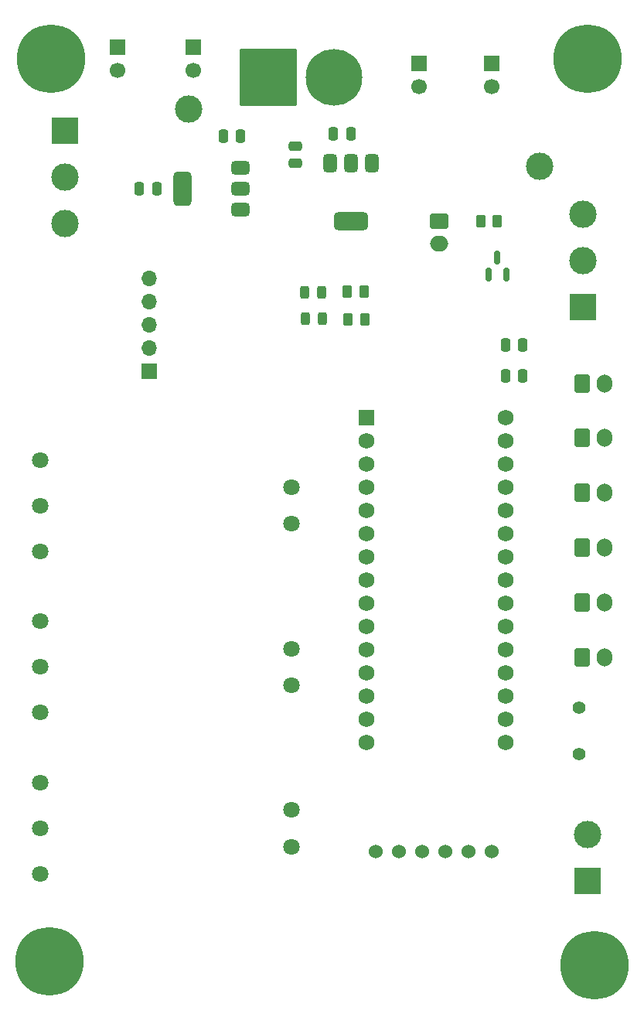
<source format=gbr>
%TF.GenerationSoftware,KiCad,Pcbnew,9.0.4*%
%TF.CreationDate,2025-09-20T14:11:16+05:30*%
%TF.ProjectId,FireSide v2.0,46697265-5369-4646-9520-76322e302e6b,rev?*%
%TF.SameCoordinates,Original*%
%TF.FileFunction,Soldermask,Top*%
%TF.FilePolarity,Negative*%
%FSLAX46Y46*%
G04 Gerber Fmt 4.6, Leading zero omitted, Abs format (unit mm)*
G04 Created by KiCad (PCBNEW 9.0.4) date 2025-09-20 14:11:16*
%MOMM*%
%LPD*%
G01*
G04 APERTURE LIST*
G04 Aperture macros list*
%AMRoundRect*
0 Rectangle with rounded corners*
0 $1 Rounding radius*
0 $2 $3 $4 $5 $6 $7 $8 $9 X,Y pos of 4 corners*
0 Add a 4 corners polygon primitive as box body*
4,1,4,$2,$3,$4,$5,$6,$7,$8,$9,$2,$3,0*
0 Add four circle primitives for the rounded corners*
1,1,$1+$1,$2,$3*
1,1,$1+$1,$4,$5*
1,1,$1+$1,$6,$7*
1,1,$1+$1,$8,$9*
0 Add four rect primitives between the rounded corners*
20,1,$1+$1,$2,$3,$4,$5,0*
20,1,$1+$1,$4,$5,$6,$7,0*
20,1,$1+$1,$6,$7,$8,$9,0*
20,1,$1+$1,$8,$9,$2,$3,0*%
G04 Aperture macros list end*
%ADD10C,1.800000*%
%ADD11RoundRect,0.250000X0.250000X0.475000X-0.250000X0.475000X-0.250000X-0.475000X0.250000X-0.475000X0*%
%ADD12C,7.500000*%
%ADD13RoundRect,0.250000X0.475000X-0.250000X0.475000X0.250000X-0.475000X0.250000X-0.475000X-0.250000X0*%
%ADD14RoundRect,0.375000X-0.375000X0.625000X-0.375000X-0.625000X0.375000X-0.625000X0.375000X0.625000X0*%
%ADD15RoundRect,0.500000X-1.400000X0.500000X-1.400000X-0.500000X1.400000X-0.500000X1.400000X0.500000X0*%
%ADD16RoundRect,0.250000X-0.600000X-0.750000X0.600000X-0.750000X0.600000X0.750000X-0.600000X0.750000X0*%
%ADD17O,1.700000X2.000000*%
%ADD18R,1.700000X1.700000*%
%ADD19C,1.700000*%
%ADD20RoundRect,0.250000X-0.750000X0.600000X-0.750000X-0.600000X0.750000X-0.600000X0.750000X0.600000X0*%
%ADD21O,2.000000X1.700000*%
%ADD22RoundRect,0.375000X0.625000X0.375000X-0.625000X0.375000X-0.625000X-0.375000X0.625000X-0.375000X0*%
%ADD23RoundRect,0.500000X0.500000X1.400000X-0.500000X1.400000X-0.500000X-1.400000X0.500000X-1.400000X0*%
%ADD24RoundRect,0.250000X-0.250000X-0.475000X0.250000X-0.475000X0.250000X0.475000X-0.250000X0.475000X0*%
%ADD25RoundRect,0.243750X-0.243750X-0.456250X0.243750X-0.456250X0.243750X0.456250X-0.243750X0.456250X0*%
%ADD26RoundRect,0.250000X0.262500X0.450000X-0.262500X0.450000X-0.262500X-0.450000X0.262500X-0.450000X0*%
%ADD27C,1.524000*%
%ADD28RoundRect,0.250000X-0.262500X-0.450000X0.262500X-0.450000X0.262500X0.450000X-0.262500X0.450000X0*%
%ADD29C,1.400000*%
%ADD30RoundRect,0.102000X-0.762000X-0.762000X0.762000X-0.762000X0.762000X0.762000X-0.762000X0.762000X0*%
%ADD31C,1.728000*%
%ADD32R,3.000000X3.000000*%
%ADD33C,3.000000*%
%ADD34C,6.204000*%
%ADD35RoundRect,0.102000X-3.000000X-3.000000X3.000000X-3.000000X3.000000X3.000000X-3.000000X3.000000X0*%
%ADD36RoundRect,0.150000X0.150000X-0.587500X0.150000X0.587500X-0.150000X0.587500X-0.150000X-0.587500X0*%
%ADD37O,1.700000X1.700000*%
G04 APERTURE END LIST*
D10*
%TO.C,U5*%
X106500000Y-87180000D03*
X106500000Y-83180000D03*
X79000000Y-90180000D03*
X79000000Y-85180000D03*
X79000000Y-80180000D03*
%TD*%
D11*
%TO.C,C2*%
X100950000Y-44750000D03*
X99050000Y-44750000D03*
%TD*%
D12*
%TO.C,H2*%
X80050400Y-135100800D03*
%TD*%
%TO.C,H3*%
X80250000Y-36250000D03*
%TD*%
D13*
%TO.C,C3*%
X106950000Y-47700000D03*
X106950000Y-45800000D03*
%TD*%
D14*
%TO.C,U4*%
X115350000Y-47700000D03*
X113050000Y-47700000D03*
D15*
X113050000Y-54000000D03*
D14*
X110750000Y-47700000D03*
%TD*%
D16*
%TO.C,J4*%
X138352799Y-83781199D03*
D17*
X140852799Y-83781199D03*
%TD*%
D18*
%TO.C,J12*%
X87500000Y-34958563D03*
D19*
X87500000Y-37498563D03*
%TD*%
D20*
%TO.C,J10*%
X122750000Y-54000000D03*
D21*
X122750000Y-56500000D03*
%TD*%
D22*
%TO.C,U1*%
X100941768Y-52760400D03*
X100941768Y-50460400D03*
D23*
X94641768Y-50460400D03*
D22*
X100941768Y-48160400D03*
%TD*%
D18*
%TO.C,J8*%
X120500000Y-36725000D03*
D19*
X120500000Y-39265000D03*
%TD*%
D24*
%TO.C,C6*%
X129989181Y-70987836D03*
X131889181Y-70987836D03*
%TD*%
D25*
%TO.C,D1*%
X107984100Y-61787676D03*
X109859100Y-61787676D03*
%TD*%
D26*
%TO.C,R4*%
X129075000Y-54000000D03*
X127250000Y-54000000D03*
%TD*%
D11*
%TO.C,C4*%
X91791212Y-50463737D03*
X89891212Y-50463737D03*
%TD*%
D12*
%TO.C,H1*%
X139750000Y-135500000D03*
%TD*%
D16*
%TO.C,J5*%
X138352799Y-77781199D03*
D17*
X140852799Y-77781199D03*
%TD*%
D27*
%TO.C,U8*%
X128450000Y-123000000D03*
X125910000Y-123000000D03*
X123370000Y-123000000D03*
X120830000Y-123000000D03*
X118290000Y-123000000D03*
X115750000Y-123000000D03*
%TD*%
D28*
%TO.C,R3*%
X112750000Y-64750000D03*
X114575000Y-64750000D03*
%TD*%
D25*
%TO.C,D2*%
X108021777Y-64703033D03*
X109896777Y-64703033D03*
%TD*%
D10*
%TO.C,U7*%
X106500000Y-122500000D03*
X106500000Y-118500000D03*
X79000000Y-125500000D03*
X79000000Y-120500000D03*
X79000000Y-115500000D03*
%TD*%
D29*
%TO.C,R2*%
X138050400Y-112350800D03*
X138050400Y-107270800D03*
%TD*%
D11*
%TO.C,C1*%
X113046508Y-44460665D03*
X111146508Y-44460665D03*
%TD*%
D30*
%TO.C,U9*%
X114750000Y-75500000D03*
D31*
X114750000Y-78040000D03*
X114750000Y-80580000D03*
X114750000Y-83120000D03*
X114750000Y-85660000D03*
X114750000Y-88200000D03*
X114750000Y-90740000D03*
X114750000Y-93280000D03*
X114750000Y-95820000D03*
X114750000Y-98360000D03*
X114750000Y-100900000D03*
X114750000Y-103440000D03*
X114750000Y-105980000D03*
X114750000Y-108520000D03*
X114750000Y-111060000D03*
X129990000Y-75500000D03*
X129990000Y-78040000D03*
X129990000Y-80580000D03*
X129990000Y-83120000D03*
X129990000Y-85660000D03*
X129990000Y-88200000D03*
X129990000Y-90740000D03*
X129990000Y-93280000D03*
X129990000Y-95820000D03*
X129990000Y-98360000D03*
X129990000Y-100900000D03*
X129990000Y-103440000D03*
X129990000Y-105980000D03*
X129990000Y-108520000D03*
X129990000Y-111060000D03*
%TD*%
D32*
%TO.C,J14*%
X139000000Y-126250000D03*
D33*
X139000000Y-121170000D03*
%TD*%
D18*
%TO.C,J7*%
X128500000Y-36725000D03*
D19*
X128500000Y-39265000D03*
%TD*%
D10*
%TO.C,U6*%
X106500000Y-104840000D03*
X106500000Y-100840000D03*
X79000000Y-107840000D03*
X79000000Y-102840000D03*
X79000000Y-97840000D03*
%TD*%
D18*
%TO.C,J11*%
X95750000Y-34960000D03*
D19*
X95750000Y-37500000D03*
%TD*%
D24*
%TO.C,C5*%
X129993152Y-67558421D03*
X131893152Y-67558421D03*
%TD*%
D16*
%TO.C,J2*%
X138352799Y-95781199D03*
D17*
X140852799Y-95781199D03*
%TD*%
D34*
%TO.C,U3*%
X111200000Y-38312500D03*
D35*
X104000000Y-38312500D03*
%TD*%
D33*
%TO.C,TP2*%
X95250000Y-41750000D03*
%TD*%
D28*
%TO.C,R1*%
X112675000Y-61750000D03*
X114500000Y-61750000D03*
%TD*%
D16*
%TO.C,J1*%
X138352799Y-101781199D03*
D17*
X140852799Y-101781199D03*
%TD*%
D33*
%TO.C,TP1*%
X133750000Y-48000000D03*
%TD*%
D12*
%TO.C,H4*%
X139000000Y-36250000D03*
%TD*%
D16*
%TO.C,J6*%
X138352799Y-71781199D03*
D17*
X140852799Y-71781199D03*
%TD*%
D32*
%TO.C,J13*%
X138477718Y-63464391D03*
D33*
X138477718Y-58384391D03*
X138477718Y-53304391D03*
%TD*%
D16*
%TO.C,J3*%
X138352799Y-89781199D03*
D17*
X140852799Y-89781199D03*
%TD*%
D32*
%TO.C,J9*%
X81750000Y-44170000D03*
D33*
X81750000Y-49250000D03*
X81750000Y-54330000D03*
%TD*%
D36*
%TO.C,Q1*%
X128134612Y-59850250D03*
X130034612Y-59850250D03*
X129084612Y-57975250D03*
%TD*%
D37*
%TO.C,U2*%
X91000000Y-60340000D03*
X91000000Y-62880000D03*
X91000000Y-65420000D03*
X91000000Y-67960000D03*
D18*
X91000000Y-70500000D03*
%TD*%
M02*

</source>
